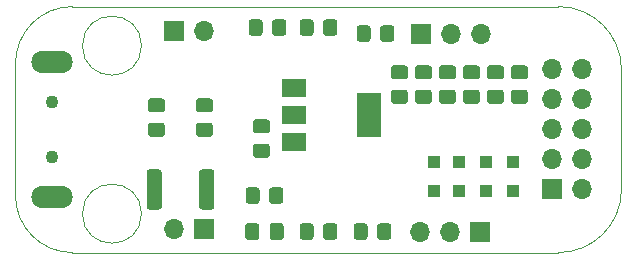
<source format=gbr>
%TF.GenerationSoftware,KiCad,Pcbnew,5.1.10*%
%TF.CreationDate,2021-10-08T14:45:48+03:00*%
%TF.ProjectId,Magma_STLink,4d61676d-615f-4535-944c-696e6b2e6b69,rev?*%
%TF.SameCoordinates,Original*%
%TF.FileFunction,Soldermask,Bot*%
%TF.FilePolarity,Negative*%
%FSLAX46Y46*%
G04 Gerber Fmt 4.6, Leading zero omitted, Abs format (unit mm)*
G04 Created by KiCad (PCBNEW 5.1.10) date 2021-10-08 14:45:48*
%MOMM*%
%LPD*%
G01*
G04 APERTURE LIST*
%TA.AperFunction,Profile*%
%ADD10C,0.120000*%
%TD*%
%TA.AperFunction,Profile*%
%ADD11C,0.050000*%
%TD*%
%ADD12C,1.100000*%
%ADD13O,3.500000X1.900000*%
%ADD14R,2.000000X1.500000*%
%ADD15R,2.000000X3.800000*%
%ADD16O,1.700000X1.700000*%
%ADD17R,1.700000X1.700000*%
%ADD18R,1.000000X1.000000*%
G04 APERTURE END LIST*
D10*
X44958000Y-64526800D02*
G75*
G03*
X44958000Y-64526800I-2500000J0D01*
G01*
X44958000Y-50302800D02*
G75*
G03*
X44958000Y-50302800I-2500000J0D01*
G01*
D11*
X85598000Y-52324000D02*
X85598000Y-62484000D01*
X80264000Y-46990000D02*
G75*
G02*
X85598000Y-52324000I0J-5334000D01*
G01*
X85598000Y-62484000D02*
G75*
G02*
X80264000Y-67818000I-5334000J0D01*
G01*
X43180000Y-67818000D02*
X39116000Y-67818000D01*
X34290000Y-51816000D02*
X34290000Y-62992000D01*
X39116000Y-67818000D02*
G75*
G02*
X34290000Y-62992000I0J4826000D01*
G01*
X34290000Y-51816000D02*
G75*
G02*
X39116000Y-46990000I4826000J0D01*
G01*
X43180000Y-46990000D02*
X39116000Y-46990000D01*
X43180000Y-67818000D02*
X80264000Y-67818000D01*
X43180000Y-46990000D02*
X80264000Y-46990000D01*
%TO.C,R14*%
G36*
G01*
X54972000Y-62541999D02*
X54972000Y-63442001D01*
G75*
G02*
X54722001Y-63692000I-249999J0D01*
G01*
X54021999Y-63692000D01*
G75*
G02*
X53772000Y-63442001I0J249999D01*
G01*
X53772000Y-62541999D01*
G75*
G02*
X54021999Y-62292000I249999J0D01*
G01*
X54722001Y-62292000D01*
G75*
G02*
X54972000Y-62541999I0J-249999D01*
G01*
G37*
G36*
G01*
X56972000Y-62541999D02*
X56972000Y-63442001D01*
G75*
G02*
X56722001Y-63692000I-249999J0D01*
G01*
X56021999Y-63692000D01*
G75*
G02*
X55772000Y-63442001I0J249999D01*
G01*
X55772000Y-62541999D01*
G75*
G02*
X56021999Y-62292000I249999J0D01*
G01*
X56722001Y-62292000D01*
G75*
G02*
X56972000Y-62541999I0J-249999D01*
G01*
G37*
%TD*%
D12*
%TO.C,J5*%
X37380000Y-55104000D03*
X37380000Y-59704000D03*
D13*
X37380000Y-51704000D03*
X37380000Y-63104000D03*
%TD*%
D14*
%TO.C,U1*%
X57912000Y-58448000D03*
X57912000Y-53848000D03*
X57912000Y-56148000D03*
D15*
X64212000Y-56148000D03*
%TD*%
D16*
%TO.C,STLINK_CONN1*%
X82296000Y-52294000D03*
X79756000Y-52294000D03*
X82296000Y-54834000D03*
X79756000Y-54834000D03*
X82296000Y-57374000D03*
X79756000Y-57374000D03*
X82296000Y-59914000D03*
X79756000Y-59914000D03*
X82296000Y-62454000D03*
D17*
X79756000Y-62454000D03*
%TD*%
%TO.C,R12*%
G36*
G01*
X59544000Y-48317999D02*
X59544000Y-49218001D01*
G75*
G02*
X59294001Y-49468000I-249999J0D01*
G01*
X58593999Y-49468000D01*
G75*
G02*
X58344000Y-49218001I0J249999D01*
G01*
X58344000Y-48317999D01*
G75*
G02*
X58593999Y-48068000I249999J0D01*
G01*
X59294001Y-48068000D01*
G75*
G02*
X59544000Y-48317999I0J-249999D01*
G01*
G37*
G36*
G01*
X61544000Y-48317999D02*
X61544000Y-49218001D01*
G75*
G02*
X61294001Y-49468000I-249999J0D01*
G01*
X60593999Y-49468000D01*
G75*
G02*
X60344000Y-49218001I0J249999D01*
G01*
X60344000Y-48317999D01*
G75*
G02*
X60593999Y-48068000I249999J0D01*
G01*
X61294001Y-48068000D01*
G75*
G02*
X61544000Y-48317999I0J-249999D01*
G01*
G37*
%TD*%
%TO.C,R11*%
G36*
G01*
X55226000Y-48317999D02*
X55226000Y-49218001D01*
G75*
G02*
X54976001Y-49468000I-249999J0D01*
G01*
X54275999Y-49468000D01*
G75*
G02*
X54026000Y-49218001I0J249999D01*
G01*
X54026000Y-48317999D01*
G75*
G02*
X54275999Y-48068000I249999J0D01*
G01*
X54976001Y-48068000D01*
G75*
G02*
X55226000Y-48317999I0J-249999D01*
G01*
G37*
G36*
G01*
X57226000Y-48317999D02*
X57226000Y-49218001D01*
G75*
G02*
X56976001Y-49468000I-249999J0D01*
G01*
X56275999Y-49468000D01*
G75*
G02*
X56026000Y-49218001I0J249999D01*
G01*
X56026000Y-48317999D01*
G75*
G02*
X56275999Y-48068000I249999J0D01*
G01*
X56976001Y-48068000D01*
G75*
G02*
X57226000Y-48317999I0J-249999D01*
G01*
G37*
%TD*%
%TO.C,R6*%
G36*
G01*
X59544000Y-65589999D02*
X59544000Y-66490001D01*
G75*
G02*
X59294001Y-66740000I-249999J0D01*
G01*
X58593999Y-66740000D01*
G75*
G02*
X58344000Y-66490001I0J249999D01*
G01*
X58344000Y-65589999D01*
G75*
G02*
X58593999Y-65340000I249999J0D01*
G01*
X59294001Y-65340000D01*
G75*
G02*
X59544000Y-65589999I0J-249999D01*
G01*
G37*
G36*
G01*
X61544000Y-65589999D02*
X61544000Y-66490001D01*
G75*
G02*
X61294001Y-66740000I-249999J0D01*
G01*
X60593999Y-66740000D01*
G75*
G02*
X60344000Y-66490001I0J249999D01*
G01*
X60344000Y-65589999D01*
G75*
G02*
X60593999Y-65340000I249999J0D01*
G01*
X61294001Y-65340000D01*
G75*
G02*
X61544000Y-65589999I0J-249999D01*
G01*
G37*
%TD*%
%TO.C,R5*%
G36*
G01*
X64916000Y-66490001D02*
X64916000Y-65589999D01*
G75*
G02*
X65165999Y-65340000I249999J0D01*
G01*
X65866001Y-65340000D01*
G75*
G02*
X66116000Y-65589999I0J-249999D01*
G01*
X66116000Y-66490001D01*
G75*
G02*
X65866001Y-66740000I-249999J0D01*
G01*
X65165999Y-66740000D01*
G75*
G02*
X64916000Y-66490001I0J249999D01*
G01*
G37*
G36*
G01*
X62916000Y-66490001D02*
X62916000Y-65589999D01*
G75*
G02*
X63165999Y-65340000I249999J0D01*
G01*
X63866001Y-65340000D01*
G75*
G02*
X64116000Y-65589999I0J-249999D01*
G01*
X64116000Y-66490001D01*
G75*
G02*
X63866001Y-66740000I-249999J0D01*
G01*
X63165999Y-66740000D01*
G75*
G02*
X62916000Y-66490001I0J249999D01*
G01*
G37*
%TD*%
%TO.C,R2*%
G36*
G01*
X64370000Y-48825999D02*
X64370000Y-49726001D01*
G75*
G02*
X64120001Y-49976000I-249999J0D01*
G01*
X63419999Y-49976000D01*
G75*
G02*
X63170000Y-49726001I0J249999D01*
G01*
X63170000Y-48825999D01*
G75*
G02*
X63419999Y-48576000I249999J0D01*
G01*
X64120001Y-48576000D01*
G75*
G02*
X64370000Y-48825999I0J-249999D01*
G01*
G37*
G36*
G01*
X66370000Y-48825999D02*
X66370000Y-49726001D01*
G75*
G02*
X66120001Y-49976000I-249999J0D01*
G01*
X65419999Y-49976000D01*
G75*
G02*
X65170000Y-49726001I0J249999D01*
G01*
X65170000Y-48825999D01*
G75*
G02*
X65419999Y-48576000I249999J0D01*
G01*
X66120001Y-48576000D01*
G75*
G02*
X66370000Y-48825999I0J-249999D01*
G01*
G37*
%TD*%
D16*
%TO.C,J4*%
X47752000Y-65786000D03*
D17*
X50292000Y-65786000D03*
%TD*%
D16*
%TO.C,J3*%
X50282000Y-49022000D03*
D17*
X47742000Y-49022000D03*
%TD*%
D16*
%TO.C,J2*%
X73690000Y-49276000D03*
X71150000Y-49276000D03*
D17*
X68610000Y-49276000D03*
%TD*%
D16*
%TO.C,J1*%
X68580000Y-66040000D03*
X71120000Y-66040000D03*
D17*
X73660000Y-66040000D03*
%TD*%
%TO.C,F1*%
G36*
G01*
X49835000Y-63934001D02*
X49835000Y-61033999D01*
G75*
G02*
X50084999Y-60784000I249999J0D01*
G01*
X50885001Y-60784000D01*
G75*
G02*
X51135000Y-61033999I0J-249999D01*
G01*
X51135000Y-63934001D01*
G75*
G02*
X50885001Y-64184000I-249999J0D01*
G01*
X50084999Y-64184000D01*
G75*
G02*
X49835000Y-63934001I0J249999D01*
G01*
G37*
G36*
G01*
X45385000Y-63934001D02*
X45385000Y-61033999D01*
G75*
G02*
X45634999Y-60784000I249999J0D01*
G01*
X46435001Y-60784000D01*
G75*
G02*
X46685000Y-61033999I0J-249999D01*
G01*
X46685000Y-63934001D01*
G75*
G02*
X46435001Y-64184000I-249999J0D01*
G01*
X45634999Y-64184000D01*
G75*
G02*
X45385000Y-63934001I0J249999D01*
G01*
G37*
%TD*%
D18*
%TO.C,D4*%
X74168000Y-62633600D03*
X74168000Y-60133600D03*
%TD*%
%TO.C,D3*%
X69736400Y-62633600D03*
X69736400Y-60133600D03*
%TD*%
%TO.C,D2*%
X71882000Y-62633600D03*
X71882000Y-60133600D03*
%TD*%
%TO.C,D1*%
X76454000Y-62633600D03*
X76454000Y-60133600D03*
%TD*%
%TO.C,C13*%
G36*
G01*
X74455000Y-54044000D02*
X75405000Y-54044000D01*
G75*
G02*
X75655000Y-54294000I0J-250000D01*
G01*
X75655000Y-54969000D01*
G75*
G02*
X75405000Y-55219000I-250000J0D01*
G01*
X74455000Y-55219000D01*
G75*
G02*
X74205000Y-54969000I0J250000D01*
G01*
X74205000Y-54294000D01*
G75*
G02*
X74455000Y-54044000I250000J0D01*
G01*
G37*
G36*
G01*
X74455000Y-51969000D02*
X75405000Y-51969000D01*
G75*
G02*
X75655000Y-52219000I0J-250000D01*
G01*
X75655000Y-52894000D01*
G75*
G02*
X75405000Y-53144000I-250000J0D01*
G01*
X74455000Y-53144000D01*
G75*
G02*
X74205000Y-52894000I0J250000D01*
G01*
X74205000Y-52219000D01*
G75*
G02*
X74455000Y-51969000I250000J0D01*
G01*
G37*
%TD*%
%TO.C,C12*%
G36*
G01*
X72423000Y-54044000D02*
X73373000Y-54044000D01*
G75*
G02*
X73623000Y-54294000I0J-250000D01*
G01*
X73623000Y-54969000D01*
G75*
G02*
X73373000Y-55219000I-250000J0D01*
G01*
X72423000Y-55219000D01*
G75*
G02*
X72173000Y-54969000I0J250000D01*
G01*
X72173000Y-54294000D01*
G75*
G02*
X72423000Y-54044000I250000J0D01*
G01*
G37*
G36*
G01*
X72423000Y-51969000D02*
X73373000Y-51969000D01*
G75*
G02*
X73623000Y-52219000I0J-250000D01*
G01*
X73623000Y-52894000D01*
G75*
G02*
X73373000Y-53144000I-250000J0D01*
G01*
X72423000Y-53144000D01*
G75*
G02*
X72173000Y-52894000I0J250000D01*
G01*
X72173000Y-52219000D01*
G75*
G02*
X72423000Y-51969000I250000J0D01*
G01*
G37*
%TD*%
%TO.C,C11*%
G36*
G01*
X66327000Y-54044000D02*
X67277000Y-54044000D01*
G75*
G02*
X67527000Y-54294000I0J-250000D01*
G01*
X67527000Y-54969000D01*
G75*
G02*
X67277000Y-55219000I-250000J0D01*
G01*
X66327000Y-55219000D01*
G75*
G02*
X66077000Y-54969000I0J250000D01*
G01*
X66077000Y-54294000D01*
G75*
G02*
X66327000Y-54044000I250000J0D01*
G01*
G37*
G36*
G01*
X66327000Y-51969000D02*
X67277000Y-51969000D01*
G75*
G02*
X67527000Y-52219000I0J-250000D01*
G01*
X67527000Y-52894000D01*
G75*
G02*
X67277000Y-53144000I-250000J0D01*
G01*
X66327000Y-53144000D01*
G75*
G02*
X66077000Y-52894000I0J250000D01*
G01*
X66077000Y-52219000D01*
G75*
G02*
X66327000Y-51969000I250000J0D01*
G01*
G37*
%TD*%
%TO.C,C10*%
G36*
G01*
X76487000Y-54044000D02*
X77437000Y-54044000D01*
G75*
G02*
X77687000Y-54294000I0J-250000D01*
G01*
X77687000Y-54969000D01*
G75*
G02*
X77437000Y-55219000I-250000J0D01*
G01*
X76487000Y-55219000D01*
G75*
G02*
X76237000Y-54969000I0J250000D01*
G01*
X76237000Y-54294000D01*
G75*
G02*
X76487000Y-54044000I250000J0D01*
G01*
G37*
G36*
G01*
X76487000Y-51969000D02*
X77437000Y-51969000D01*
G75*
G02*
X77687000Y-52219000I0J-250000D01*
G01*
X77687000Y-52894000D01*
G75*
G02*
X77437000Y-53144000I-250000J0D01*
G01*
X76487000Y-53144000D01*
G75*
G02*
X76237000Y-52894000I0J250000D01*
G01*
X76237000Y-52219000D01*
G75*
G02*
X76487000Y-51969000I250000J0D01*
G01*
G37*
%TD*%
%TO.C,C9*%
G36*
G01*
X54922000Y-65565000D02*
X54922000Y-66515000D01*
G75*
G02*
X54672000Y-66765000I-250000J0D01*
G01*
X53997000Y-66765000D01*
G75*
G02*
X53747000Y-66515000I0J250000D01*
G01*
X53747000Y-65565000D01*
G75*
G02*
X53997000Y-65315000I250000J0D01*
G01*
X54672000Y-65315000D01*
G75*
G02*
X54922000Y-65565000I0J-250000D01*
G01*
G37*
G36*
G01*
X56997000Y-65565000D02*
X56997000Y-66515000D01*
G75*
G02*
X56747000Y-66765000I-250000J0D01*
G01*
X56072000Y-66765000D01*
G75*
G02*
X55822000Y-66515000I0J250000D01*
G01*
X55822000Y-65565000D01*
G75*
G02*
X56072000Y-65315000I250000J0D01*
G01*
X56747000Y-65315000D01*
G75*
G02*
X56997000Y-65565000I0J-250000D01*
G01*
G37*
%TD*%
%TO.C,C8*%
G36*
G01*
X68359000Y-54044000D02*
X69309000Y-54044000D01*
G75*
G02*
X69559000Y-54294000I0J-250000D01*
G01*
X69559000Y-54969000D01*
G75*
G02*
X69309000Y-55219000I-250000J0D01*
G01*
X68359000Y-55219000D01*
G75*
G02*
X68109000Y-54969000I0J250000D01*
G01*
X68109000Y-54294000D01*
G75*
G02*
X68359000Y-54044000I250000J0D01*
G01*
G37*
G36*
G01*
X68359000Y-51969000D02*
X69309000Y-51969000D01*
G75*
G02*
X69559000Y-52219000I0J-250000D01*
G01*
X69559000Y-52894000D01*
G75*
G02*
X69309000Y-53144000I-250000J0D01*
G01*
X68359000Y-53144000D01*
G75*
G02*
X68109000Y-52894000I0J250000D01*
G01*
X68109000Y-52219000D01*
G75*
G02*
X68359000Y-51969000I250000J0D01*
G01*
G37*
%TD*%
%TO.C,C6*%
G36*
G01*
X70391000Y-54044000D02*
X71341000Y-54044000D01*
G75*
G02*
X71591000Y-54294000I0J-250000D01*
G01*
X71591000Y-54969000D01*
G75*
G02*
X71341000Y-55219000I-250000J0D01*
G01*
X70391000Y-55219000D01*
G75*
G02*
X70141000Y-54969000I0J250000D01*
G01*
X70141000Y-54294000D01*
G75*
G02*
X70391000Y-54044000I250000J0D01*
G01*
G37*
G36*
G01*
X70391000Y-51969000D02*
X71341000Y-51969000D01*
G75*
G02*
X71591000Y-52219000I0J-250000D01*
G01*
X71591000Y-52894000D01*
G75*
G02*
X71341000Y-53144000I-250000J0D01*
G01*
X70391000Y-53144000D01*
G75*
G02*
X70141000Y-52894000I0J250000D01*
G01*
X70141000Y-52219000D01*
G75*
G02*
X70391000Y-51969000I250000J0D01*
G01*
G37*
%TD*%
%TO.C,C5*%
G36*
G01*
X54643000Y-58616000D02*
X55593000Y-58616000D01*
G75*
G02*
X55843000Y-58866000I0J-250000D01*
G01*
X55843000Y-59541000D01*
G75*
G02*
X55593000Y-59791000I-250000J0D01*
G01*
X54643000Y-59791000D01*
G75*
G02*
X54393000Y-59541000I0J250000D01*
G01*
X54393000Y-58866000D01*
G75*
G02*
X54643000Y-58616000I250000J0D01*
G01*
G37*
G36*
G01*
X54643000Y-56541000D02*
X55593000Y-56541000D01*
G75*
G02*
X55843000Y-56791000I0J-250000D01*
G01*
X55843000Y-57466000D01*
G75*
G02*
X55593000Y-57716000I-250000J0D01*
G01*
X54643000Y-57716000D01*
G75*
G02*
X54393000Y-57466000I0J250000D01*
G01*
X54393000Y-56791000D01*
G75*
G02*
X54643000Y-56541000I250000J0D01*
G01*
G37*
%TD*%
%TO.C,C3*%
G36*
G01*
X46703000Y-55938000D02*
X45753000Y-55938000D01*
G75*
G02*
X45503000Y-55688000I0J250000D01*
G01*
X45503000Y-55013000D01*
G75*
G02*
X45753000Y-54763000I250000J0D01*
G01*
X46703000Y-54763000D01*
G75*
G02*
X46953000Y-55013000I0J-250000D01*
G01*
X46953000Y-55688000D01*
G75*
G02*
X46703000Y-55938000I-250000J0D01*
G01*
G37*
G36*
G01*
X46703000Y-58013000D02*
X45753000Y-58013000D01*
G75*
G02*
X45503000Y-57763000I0J250000D01*
G01*
X45503000Y-57088000D01*
G75*
G02*
X45753000Y-56838000I250000J0D01*
G01*
X46703000Y-56838000D01*
G75*
G02*
X46953000Y-57088000I0J-250000D01*
G01*
X46953000Y-57763000D01*
G75*
G02*
X46703000Y-58013000I-250000J0D01*
G01*
G37*
%TD*%
%TO.C,C2*%
G36*
G01*
X50767000Y-55938000D02*
X49817000Y-55938000D01*
G75*
G02*
X49567000Y-55688000I0J250000D01*
G01*
X49567000Y-55013000D01*
G75*
G02*
X49817000Y-54763000I250000J0D01*
G01*
X50767000Y-54763000D01*
G75*
G02*
X51017000Y-55013000I0J-250000D01*
G01*
X51017000Y-55688000D01*
G75*
G02*
X50767000Y-55938000I-250000J0D01*
G01*
G37*
G36*
G01*
X50767000Y-58013000D02*
X49817000Y-58013000D01*
G75*
G02*
X49567000Y-57763000I0J250000D01*
G01*
X49567000Y-57088000D01*
G75*
G02*
X49817000Y-56838000I250000J0D01*
G01*
X50767000Y-56838000D01*
G75*
G02*
X51017000Y-57088000I0J-250000D01*
G01*
X51017000Y-57763000D01*
G75*
G02*
X50767000Y-58013000I-250000J0D01*
G01*
G37*
%TD*%
M02*

</source>
